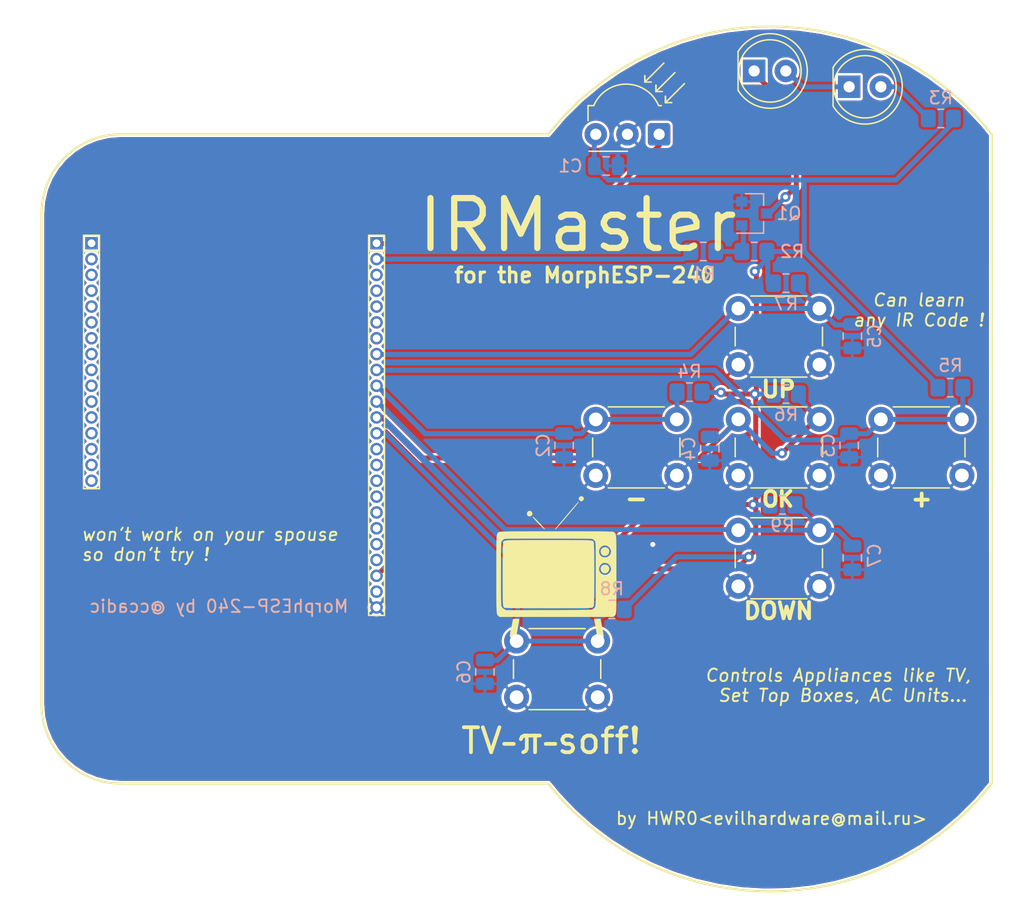
<source format=kicad_pcb>
(kicad_pcb (version 20171130) (host pcbnew "(5.1.8)-1")
  (layers (0 F.Cu signal) (31 B.Cu signal) (34 B.Paste user hide) (35 F.Paste user hide) (36 B.SilkS user hide) (37 F.SilkS user) (38 B.Mask user hide) (39 F.Mask user hide) (44 Edge.Cuts user))
  (net 0 "")
  (net 1 GND)
  (net 2 +3V3)
  (net 3 B_Left)
  (net 4 B_Right)
  (net 5 B_Center)
  (net 6 B_Up)
  (net 7 B_TVPissOff)
  (net 8 B_Down)
  (net 9 "Net-(D1-Pad2)")
  (net 10 "Net-(D1-Pad1)")
  (net 11 "Net-(D2-Pad1)")
  (net 12 "Net-(Q1-Pad1)")
  (net 13 "Net-(R1-Pad2)")
  (net 14 IRReceiver)
  (module mesp240_irmaster:tv_small,slk (layer F.Cu) (at 84.455 109.601)
    (fp_text reference G*** hide)
    (fp_text value LOGO hide)
  )
  (module OptoDevice:Vishay_MOLD-3Pin (layer F.Cu) (at 92.71 74.93 180)
    (fp_text reference U2 hide)
    (fp_text value TSOP348xx)
    (pad 3 thru_hole circle (at 5.08 0 180) (size 1.8 1.8) (drill 0.9) (layers *.Cu *.Mask) (net 2 +3V3))
    (pad 2 thru_hole circle (at 2.54 0 180) (size 1.8 1.8) (drill 0.9) (layers *.Cu *.Mask) (net 1 GND))
    (pad 1 thru_hole roundrect (at 0 0 180) (size 1.8 1.8) (drill 0.9) (layers *.Cu *.Mask) (roundrect_rratio 0.138) (net 14 IRReceiver))
  )
  (module hwreverse:morphesp240 (layer F.Cu) (at 67.51 116.686)
    (fp_text reference U1 hide)
    (fp_text value MorphESP-240)
    (pad 24R thru_hole circle (at 2.54 -3.81) (size 1 1) (drill 0.62) (layers *.Cu *.Mask) (net 1 GND))
    (pad 23R thru_hole circle (at 2.54 -5.08) (size 1 1) (drill 0.62) (layers *.Cu *.Mask))
    (pad 22R thru_hole circle (at 2.54 -6.35) (size 1 1) (drill 0.62) (layers *.Cu *.Mask) (net 2 +3V3))
    (pad 21R thru_hole circle (at 2.54 -7.62) (size 1 1) (drill 0.62) (layers *.Cu *.Mask))
    (pad 20R thru_hole circle (at 2.54 -8.89) (size 1 1) (drill 0.62) (layers *.Cu *.Mask))
    (pad 19R thru_hole circle (at 2.54 -10.16) (size 1 1) (drill 0.62) (layers *.Cu *.Mask))
    (pad 18R thru_hole circle (at 2.54 -11.43) (size 1 1) (drill 0.62) (layers *.Cu *.Mask))
    (pad 17R thru_hole circle (at 2.54 -12.7) (size 1 1) (drill 0.62) (layers *.Cu *.Mask))
    (pad 16R thru_hole circle (at 2.54 -13.97) (size 1 1) (drill 0.62) (layers *.Cu *.Mask))
    (pad 15R thru_hole circle (at 2.54 -15.24) (size 1 1) (drill 0.62) (layers *.Cu *.Mask))
    (pad 14R thru_hole circle (at 2.54 -16.51) (size 1 1) (drill 0.62) (layers *.Cu *.Mask))
    (pad 13R thru_hole circle (at 2.54 -17.78) (size 1 1) (drill 0.62) (layers *.Cu *.Mask) (net 7 B_TVPissOff))
    (pad 12R thru_hole circle (at 2.54 -19.05) (size 1 1) (drill 0.62) (layers *.Cu *.Mask) (net 5 B_Center))
    (pad 11R thru_hole circle (at 2.54 -20.32) (size 1 1) (drill 0.62) (layers *.Cu *.Mask) (net 8 B_Down))
    (pad 10R thru_hole circle (at 2.54 -21.59) (size 1 1) (drill 0.62) (layers *.Cu *.Mask) (net 3 B_Left))
    (pad 9R thru_hole circle (at 2.54 -22.86) (size 1 1) (drill 0.62) (layers *.Cu *.Mask) (net 4 B_Right))
    (pad 8R thru_hole circle (at 2.54 -24.13) (size 1 1) (drill 0.62) (layers *.Cu *.Mask) (net 6 B_Up))
    (pad 7R thru_hole circle (at 2.54 -25.4) (size 1 1) (drill 0.62) (layers *.Cu *.Mask))
    (pad 6R thru_hole circle (at 2.54 -26.67) (size 1 1) (drill 0.62) (layers *.Cu *.Mask))
    (pad 5R thru_hole circle (at 2.54 -27.94) (size 1 1) (drill 0.62) (layers *.Cu *.Mask))
    (pad 4R thru_hole circle (at 2.54 -29.21) (size 1 1) (drill 0.62) (layers *.Cu *.Mask))
    (pad 3R thru_hole circle (at 2.54 -30.48) (size 1 1) (drill 0.62) (layers *.Cu *.Mask))
    (pad 2R thru_hole circle (at 2.54 -31.75) (size 1 1) (drill 0.62) (layers *.Cu *.Mask) (net 13 "Net-(R1-Pad2)"))
    (pad 1R thru_hole rect (at 2.54 -33.02) (size 1 1) (drill 0.62) (layers *.Cu *.Mask) (net 14 IRReceiver))
    (pad 16L thru_hole circle (at -20.32 -13.97) (size 1 1) (drill 0.62) (layers *.Cu *.Mask))
    (pad 15L thru_hole circle (at -20.32 -15.24) (size 1 1) (drill 0.62) (layers *.Cu *.Mask))
    (pad 14L thru_hole circle (at -20.32 -16.51) (size 1 1) (drill 0.62) (layers *.Cu *.Mask))
    (pad 13L thru_hole circle (at -20.32 -17.78) (size 1 1) (drill 0.62) (layers *.Cu *.Mask))
    (pad 12L thru_hole circle (at -20.32 -19.05) (size 1 1) (drill 0.62) (layers *.Cu *.Mask))
    (pad 11L thru_hole circle (at -20.32 -20.32) (size 1 1) (drill 0.62) (layers *.Cu *.Mask))
    (pad 10L thru_hole circle (at -20.32 -21.59) (size 1 1) (drill 0.62) (layers *.Cu *.Mask))
    (pad 9L thru_hole circle (at -20.32 -22.86) (size 1 1) (drill 0.62) (layers *.Cu *.Mask))
    (pad 8L thru_hole circle (at -20.32 -24.13) (size 1 1) (drill 0.62) (layers *.Cu *.Mask))
    (pad 7L thru_hole circle (at -20.32 -25.4) (size 1 1) (drill 0.62) (layers *.Cu *.Mask))
    (pad 6L thru_hole circle (at -20.32 -26.67) (size 1 1) (drill 0.62) (layers *.Cu *.Mask))
    (pad 5L thru_hole circle (at -20.32 -27.94) (size 1 1) (drill 0.62) (layers *.Cu *.Mask))
    (pad 4L thru_hole circle (at -20.32 -29.21) (size 1 1) (drill 0.62) (layers *.Cu *.Mask))
    (pad 3L thru_hole circle (at -20.32 -30.48) (size 1 1) (drill 0.62) (layers *.Cu *.Mask))
    (pad 2L thru_hole circle (at -20.32 -31.75) (size 1 1) (drill 0.62) (layers *.Cu *.Mask))
    (pad 1L thru_hole rect (at -20.32 -33.02) (size 1 1) (drill 0.62) (layers *.Cu *.Mask))
  )
  (module Button_Switch_THT:SW_PUSH_6mm_H4.3mm (layer F.Cu) (at 99.06 106.68)
    (fp_text reference SW6 hide)
    (fp_text value B_Down)
    (pad 1 thru_hole circle (at 6.5 0 90) (size 2 2) (drill 1.1) (layers *.Cu *.Mask) (net 8 B_Down))
    (pad 2 thru_hole circle (at 6.5 4.5 90) (size 2 2) (drill 1.1) (layers *.Cu *.Mask) (net 1 GND))
    (pad 1 thru_hole circle (at 0 0 90) (size 2 2) (drill 1.1) (layers *.Cu *.Mask) (net 8 B_Down))
    (pad 2 thru_hole circle (at 0 4.5 90) (size 2 2) (drill 1.1) (layers *.Cu *.Mask) (net 1 GND))
  )
  (module Button_Switch_THT:SW_PUSH_6mm_H4.3mm (layer F.Cu) (at 81.28 115.57)
    (fp_text reference SW5 hide)
    (fp_text value B_TVPissOff)
    (pad 1 thru_hole circle (at 6.5 0 90) (size 2 2) (drill 1.1) (layers *.Cu *.Mask) (net 7 B_TVPissOff))
    (pad 2 thru_hole circle (at 6.5 4.5 90) (size 2 2) (drill 1.1) (layers *.Cu *.Mask) (net 1 GND))
    (pad 1 thru_hole circle (at 0 0 90) (size 2 2) (drill 1.1) (layers *.Cu *.Mask) (net 7 B_TVPissOff))
    (pad 2 thru_hole circle (at 0 4.5 90) (size 2 2) (drill 1.1) (layers *.Cu *.Mask) (net 1 GND))
  )
  (module Button_Switch_THT:SW_PUSH_6mm_H4.3mm (layer F.Cu) (at 99.06 88.9)
    (fp_text reference SW4 hide)
    (fp_text value B_Up)
    (pad 1 thru_hole circle (at 6.5 0 90) (size 2 2) (drill 1.1) (layers *.Cu *.Mask) (net 6 B_Up))
    (pad 2 thru_hole circle (at 6.5 4.5 90) (size 2 2) (drill 1.1) (layers *.Cu *.Mask) (net 1 GND))
    (pad 1 thru_hole circle (at 0 0 90) (size 2 2) (drill 1.1) (layers *.Cu *.Mask) (net 6 B_Up))
    (pad 2 thru_hole circle (at 0 4.5 90) (size 2 2) (drill 1.1) (layers *.Cu *.Mask) (net 1 GND))
  )
  (module Button_Switch_THT:SW_PUSH_6mm_H4.3mm (layer F.Cu) (at 99.06 97.79)
    (fp_text reference SW3 hide)
    (fp_text value B_Center)
    (pad 1 thru_hole circle (at 6.5 0 90) (size 2 2) (drill 1.1) (layers *.Cu *.Mask) (net 5 B_Center))
    (pad 2 thru_hole circle (at 6.5 4.5 90) (size 2 2) (drill 1.1) (layers *.Cu *.Mask) (net 1 GND))
    (pad 1 thru_hole circle (at 0 0 90) (size 2 2) (drill 1.1) (layers *.Cu *.Mask) (net 5 B_Center))
    (pad 2 thru_hole circle (at 0 4.5 90) (size 2 2) (drill 1.1) (layers *.Cu *.Mask) (net 1 GND))
  )
  (module Button_Switch_THT:SW_PUSH_6mm_H4.3mm (layer F.Cu) (at 110.49 97.79)
    (fp_text reference SW2 hide)
    (fp_text value B_Right)
    (pad 1 thru_hole circle (at 6.5 0 90) (size 2 2) (drill 1.1) (layers *.Cu *.Mask) (net 4 B_Right))
    (pad 2 thru_hole circle (at 6.5 4.5 90) (size 2 2) (drill 1.1) (layers *.Cu *.Mask) (net 1 GND))
    (pad 1 thru_hole circle (at 0 0 90) (size 2 2) (drill 1.1) (layers *.Cu *.Mask) (net 4 B_Right))
    (pad 2 thru_hole circle (at 0 4.5 90) (size 2 2) (drill 1.1) (layers *.Cu *.Mask) (net 1 GND))
  )
  (module Button_Switch_THT:SW_PUSH_6mm_H4.3mm (layer F.Cu) (at 87.63 97.79)
    (fp_text reference SW1 hide)
    (fp_text value B_Left)
    (pad 1 thru_hole circle (at 6.5 0 90) (size 2 2) (drill 1.1) (layers *.Cu *.Mask) (net 3 B_Left))
    (pad 2 thru_hole circle (at 6.5 4.5 90) (size 2 2) (drill 1.1) (layers *.Cu *.Mask) (net 1 GND))
    (pad 1 thru_hole circle (at 0 0 90) (size 2 2) (drill 1.1) (layers *.Cu *.Mask) (net 3 B_Left))
    (pad 2 thru_hole circle (at 0 4.5 90) (size 2 2) (drill 1.1) (layers *.Cu *.Mask) (net 1 GND))
  )
  (module Resistor_SMD:R_0805_2012Metric_Pad1.20x1.40mm_HandSolder (layer B.Cu) (at 102.6 104.648)
    (fp_text reference R9 (at 0 1.65) (layer B.SilkS) (effects (justify mirror)))
    (fp_text value 10K)
    (pad 2 smd roundrect (at 1 0) (size 1.2 1.4) (layers B.Cu B.Paste B.Mask) (roundrect_rratio 0.208333) (net 8 B_Down))
    (pad 1 smd roundrect (at -1 0) (size 1.2 1.4) (layers B.Cu B.Paste B.Mask) (roundrect_rratio 0.208333) (net 2 +3V3))
  )
  (module Resistor_SMD:R_0805_2012Metric_Pad1.20x1.40mm_HandSolder (layer B.Cu) (at 88.916 113.03 180)
    (fp_text reference R8 (at 0 1.65) (layer B.SilkS) (effects (justify mirror)))
    (fp_text value 10K)
    (pad 2 smd roundrect (at 1 0 180) (size 1.2 1.4) (layers B.Cu B.Paste B.Mask) (roundrect_rratio 0.208333) (net 7 B_TVPissOff))
    (pad 1 smd roundrect (at -1 0 180) (size 1.2 1.4) (layers B.Cu B.Paste B.Mask) (roundrect_rratio 0.208333) (net 2 +3V3))
  )
  (module Resistor_SMD:R_0805_2012Metric_Pad1.20x1.40mm_HandSolder (layer B.Cu) (at 102.886 86.868)
    (fp_text reference R7 (at 0 1.65) (layer B.SilkS) (effects (justify mirror)))
    (fp_text value 10K)
    (pad 2 smd roundrect (at 1 0) (size 1.2 1.4) (layers B.Cu B.Paste B.Mask) (roundrect_rratio 0.208333) (net 6 B_Up))
    (pad 1 smd roundrect (at -1 0) (size 1.2 1.4) (layers B.Cu B.Paste B.Mask) (roundrect_rratio 0.208333) (net 2 +3V3))
  )
  (module Resistor_SMD:R_0805_2012Metric_Pad1.20x1.40mm_HandSolder (layer B.Cu) (at 102.886 95.758)
    (fp_text reference R6 (at 0 1.65) (layer B.SilkS) (effects (justify mirror)))
    (fp_text value 10K)
    (pad 2 smd roundrect (at 1 0) (size 1.2 1.4) (layers B.Cu B.Paste B.Mask) (roundrect_rratio 0.208333) (net 5 B_Center))
    (pad 1 smd roundrect (at -1 0) (size 1.2 1.4) (layers B.Cu B.Paste B.Mask) (roundrect_rratio 0.208333) (net 2 +3V3))
  )
  (module Resistor_SMD:R_0805_2012Metric_Pad1.20x1.40mm_HandSolder (layer B.Cu) (at 116.062 95.25)
    (fp_text reference R5 (at 0.016 -1.778) (layer B.SilkS) (effects (justify mirror)))
    (fp_text value 10K)
    (pad 2 smd roundrect (at 1 0) (size 1.2 1.4) (layers B.Cu B.Paste B.Mask) (roundrect_rratio 0.208333) (net 4 B_Right))
    (pad 1 smd roundrect (at -1 0) (size 1.2 1.4) (layers B.Cu B.Paste B.Mask) (roundrect_rratio 0.208333) (net 2 +3V3))
  )
  (module Resistor_SMD:R_0805_2012Metric_Pad1.20x1.40mm_HandSolder (layer B.Cu) (at 95.1484 95.6056 180)
    (fp_text reference R4 (at 0 1.65) (layer B.SilkS) (effects (justify mirror)))
    (fp_text value 10K)
    (pad 2 smd roundrect (at 1 0 180) (size 1.2 1.4) (layers B.Cu B.Paste B.Mask) (roundrect_rratio 0.208333) (net 3 B_Left))
    (pad 1 smd roundrect (at -1 0 180) (size 1.2 1.4) (layers B.Cu B.Paste B.Mask) (roundrect_rratio 0.208333) (net 2 +3V3))
  )
  (module Resistor_SMD:R_0805_2012Metric_Pad1.20x1.40mm_HandSolder (layer B.Cu) (at 115.3 73.66 180)
    (fp_text reference R3 (at 0 1.65) (layer B.SilkS) (effects (justify mirror)))
    (fp_text value 22R)
    (pad 2 smd roundrect (at 1 0 180) (size 1.2 1.4) (layers B.Cu B.Paste B.Mask) (roundrect_rratio 0.208333) (net 9 "Net-(D1-Pad2)"))
    (pad 1 smd roundrect (at -1 0 180) (size 1.2 1.4) (layers B.Cu B.Paste B.Mask) (roundrect_rratio 0.208333) (net 2 +3V3))
  )
  (module Resistor_SMD:R_0805_2012Metric_Pad1.20x1.40mm_HandSolder (layer B.Cu) (at 100.346 84.328)
    (fp_text reference R2 (at 3.032 0) (layer B.SilkS) (effects (justify mirror)))
    (fp_text value 20K)
    (pad 2 smd roundrect (at 1 0) (size 1.2 1.4) (layers B.Cu B.Paste B.Mask) (roundrect_rratio 0.208333) (net 2 +3V3))
    (pad 1 smd roundrect (at -1 0) (size 1.2 1.4) (layers B.Cu B.Paste B.Mask) (roundrect_rratio 0.208333) (net 12 "Net-(Q1-Pad1)"))
  )
  (module Resistor_SMD:R_0805_2012Metric_Pad1.20x1.40mm_HandSolder (layer B.Cu) (at 96.25 84.328 180)
    (fp_text reference R1 (at -0.016 -1.778) (layer B.SilkS) (effects (justify mirror)))
    (fp_text value 1K)
    (pad 2 smd roundrect (at 1 0 180) (size 1.2 1.4) (layers B.Cu B.Paste B.Mask) (roundrect_rratio 0.208333) (net 13 "Net-(R1-Pad2)"))
    (pad 1 smd roundrect (at -1 0 180) (size 1.2 1.4) (layers B.Cu B.Paste B.Mask) (roundrect_rratio 0.208333) (net 12 "Net-(Q1-Pad1)"))
  )
  (module Package_TO_SOT_SMD:SOT-23 (layer B.Cu) (at 100.33 81.28)
    (fp_text reference Q1 (at 2.794 0 180) (layer B.SilkS) (effects (justify mirror)))
    (fp_text value Q_NPN_BEC)
    (pad 3 smd rect (at 1 0) (size 0.9 0.8) (layers B.Cu B.Paste B.Mask) (net 11 "Net-(D2-Pad1)"))
    (pad 2 smd rect (at -1 -0.95) (size 0.9 0.8) (layers B.Cu B.Paste B.Mask) (net 1 GND))
    (pad 1 smd rect (at -1 0.95) (size 0.9 0.8) (layers B.Cu B.Paste B.Mask) (net 12 "Net-(Q1-Pad1)"))
  )
  (module LED_THT:LED_D5.0mm_IRGrey (layer F.Cu) (at 100.33 69.85)
    (fp_text reference D2 hide)
    (fp_text value "IR DIODE 850-950nm")
    (pad 2 thru_hole circle (at 2.54 0) (size 1.8 1.8) (drill 0.9) (layers *.Cu *.Mask) (net 10 "Net-(D1-Pad1)"))
    (pad 1 thru_hole rect (at 0 0) (size 1.8 1.8) (drill 0.9) (layers *.Cu *.Mask) (net 11 "Net-(D2-Pad1)"))
  )
  (module LED_THT:LED_D5.0mm_IRBlack (layer F.Cu) (at 107.95 71.12)
    (fp_text reference D1 hide)
    (fp_text value "IR DIODE 850-950nm")
    (pad 2 thru_hole circle (at 2.54 0) (size 1.8 1.8) (drill 0.9) (layers *.Cu *.Mask) (net 9 "Net-(D1-Pad2)"))
    (pad 1 thru_hole rect (at 0 0) (size 1.8 1.8) (drill 0.9) (layers *.Cu *.Mask) (net 10 "Net-(D1-Pad1)"))
  )
  (module Capacitor_SMD:C_0805_2012Metric (layer B.Cu) (at 108.204 108.9 270)
    (fp_text reference C7 (at -0.188 -1.778 90) (layer B.SilkS) (effects (justify mirror)))
    (fp_text value 100nF)
    (pad 2 smd roundrect (at 0.95 0 270) (size 1 1.45) (layers B.Cu B.Paste B.Mask) (net 1 GND))
    (pad 1 smd roundrect (at -0.95 0 270) (size 1 1.45) (layers B.Cu B.Paste B.Mask) (net 8 B_Down))
  )
  (module Capacitor_SMD:C_0805_2012Metric (layer B.Cu) (at 78.74 118.044 270)
    (fp_text reference C6 (at 0 1.68 90) (layer B.SilkS) (effects (justify mirror)))
    (fp_text value 100nF)
    (pad 2 smd roundrect (at 0.95 0 270) (size 1 1.45) (layers B.Cu B.Paste B.Mask) (net 1 GND))
    (pad 1 smd roundrect (at -0.95 0 270) (size 1 1.45) (layers B.Cu B.Paste B.Mask) (net 7 B_TVPissOff))
  )
  (module Capacitor_SMD:C_0805_2012Metric (layer B.Cu) (at 108.204 91.12 270)
    (fp_text reference C5 (at 0 -1.778 90) (layer B.SilkS) (effects (justify mirror)))
    (fp_text value 100nF)
    (pad 2 smd roundrect (at 0.95 0 270) (size 1 1.45) (layers B.Cu B.Paste B.Mask) (net 1 GND))
    (pad 1 smd roundrect (at -0.95 0 270) (size 1 1.45) (layers B.Cu B.Paste B.Mask) (net 6 B_Up))
  )
  (module Capacitor_SMD:C_0805_2012Metric (layer B.Cu) (at 96.774 100.142 270)
    (fp_text reference C4 (at 0 1.68 90) (layer B.SilkS) (effects (justify mirror)))
    (fp_text value 100nF)
    (pad 2 smd roundrect (at 0.95 0 270) (size 1 1.45) (layers B.Cu B.Paste B.Mask) (net 1 GND))
    (pad 1 smd roundrect (at -0.95 0 270) (size 1 1.45) (layers B.Cu B.Paste B.Mask) (net 5 B_Center))
  )
  (module Capacitor_SMD:C_0805_2012Metric (layer B.Cu) (at 107.95 99.888 270)
    (fp_text reference C3 (at 0 1.68 90) (layer B.SilkS) (effects (justify mirror)))
    (fp_text value 100nF)
    (pad 2 smd roundrect (at 0.95 0 270) (size 1 1.45) (layers B.Cu B.Paste B.Mask) (net 1 GND))
    (pad 1 smd roundrect (at -0.95 0 270) (size 1 1.45) (layers B.Cu B.Paste B.Mask) (net 4 B_Right))
  )
  (module Capacitor_SMD:C_0805_2012Metric (layer B.Cu) (at 85.09 99.888 270)
    (fp_text reference C2 (at 0 1.68 90) (layer B.SilkS) (effects (justify mirror)))
    (fp_text value 100nF)
    (pad 2 smd roundrect (at 0.95 0 270) (size 1 1.45) (layers B.Cu B.Paste B.Mask) (net 1 GND))
    (pad 1 smd roundrect (at -0.95 0 270) (size 1 1.45) (layers B.Cu B.Paste B.Mask) (net 3 B_Left))
  )
  (module Capacitor_SMD:C_0805_2012Metric (layer B.Cu) (at 88.458 77.47)
    (fp_text reference C1 (at -2.86 0) (layer B.SilkS) (effects (justify mirror)))
    (fp_text value 100nF)
    (pad 2 smd roundrect (at 0.95 0) (size 1 1.45) (layers B.Cu B.Paste B.Mask) (net 1 GND))
    (pad 1 smd roundrect (at -0.95 0) (size 1 1.45) (layers B.Cu B.Paste B.Mask) (net 2 +3V3))
  )
  (gr_line (start 94.742 70.866) (end 93.218 72.39) (layer F.SilkS) (width 0.12))
  (gr_line (start 93.218 72.39) (end 93.218 71.882) (layer F.SilkS) (width 0.12))
  (gr_line (start 93.218 71.882) (end 93.218 72.39) (layer F.SilkS) (width 0.12))
  (gr_line (start 93.726 72.39) (end 93.218 72.39) (layer F.SilkS) (width 0.12))
  (gr_line (start 92.964 71.501) (end 92.456 71.501) (layer F.SilkS) (width 0.12))
  (gr_line (start 92.456 70.993) (end 92.456 71.501) (layer F.SilkS) (width 0.12))
  (gr_line (start 92.456 71.501) (end 92.456 70.993) (layer F.SilkS) (width 0.12))
  (gr_line (start 93.98 69.977) (end 92.456 71.501) (layer F.SilkS) (width 0.12))
  (gr_line (start 92.075 70.739) (end 91.567 70.739) (layer F.SilkS) (width 0.12))
  (gr_line (start 91.567 70.231) (end 91.567 70.739) (layer F.SilkS) (width 0.12))
  (gr_line (start 91.567 70.739) (end 91.567 70.231) (layer F.SilkS) (width 0.12))
  (gr_line (start 93.091 69.215) (end 91.567 70.739) (layer F.SilkS) (width 0.12))
  (gr_text "by HWR0<evilhardware@mail.ru>" (at 101.727 129.794) (layer F.SilkS) (effects (font (size 1 1))))
  (gr_text "Can learn\nany IR Code !" (at 113.538 89.027) (layer F.SilkS) (effects (font (size 1 1) (thickness 0.15) italic)))
  (gr_text "Controls Appliances like TV, \nSet Top Boxes, AC Units..." (at 107.442 119.126) (layer F.SilkS) (effects (font (size 1 1) (thickness 0.15) italic)))
  (gr_line (start 83.82 74.93) (end 49.53 74.93) (layer F.SilkS) (width 0.2))
  (gr_arc (start 49.53 81.28) (end 49.53 74.93) (angle -90) (layer F.SilkS) (width 0.2))
  (gr_line (start 43.18 81.28) (end 43.18 120.65) (layer F.SilkS) (width 0.2))
  (gr_arc (start 49.53 120.65) (end 43.18 120.65) (angle -90) (layer F.SilkS) (width 0.2))
  (gr_line (start 49.53 127) (end 83.82 127) (layer F.SilkS) (width 0.2))
  (gr_arc (start 101.599999 113.030001) (end 83.82 127) (angle -103.7) (layer F.SilkS) (width 0.2))
  (gr_line (start 119.383521 74.93) (end 119.383521 127) (layer F.SilkS) (width 0.2))
  (gr_arc (start 101.603522 88.899999) (end 119.383521 74.93) (angle -103.7) (layer F.SilkS) (width 0.2))
  (gr_text DOWN (at 102.2858 113.157) (layer F.SilkS) (effects (font (size 1.3 1.3) (thickness 0.3))))
  (gr_text UP (at 102.2858 95.377) (layer F.SilkS) (effects (font (size 1.3 1.3) (thickness 0.3))))
  (gr_text OK (at 102.235 104.1908) (layer F.SilkS) (effects (font (size 1.2 1.2) (thickness 0.3))))
  (gr_text + (at 113.7666 104.14) (layer F.SilkS) (effects (font (size 1.3 1.3) (thickness 0.3))))
  (gr_text - (at 90.8812 104.1146) (layer F.SilkS) (effects (font (size 1.4 1.4) (thickness 0.3))))
  (gr_text "won't work on your spouse\nso don't try !" (at 46.3296 107.823) (layer F.SilkS) (effects (font (size 1 1) (thickness 0.15) italic) (justify left)))
  (gr_text "for the MorphESP-240" (at 86.741 86.233) (layer F.SilkS) (effects (font (size 1.2 1.2) (thickness 0.25))))
  (gr_text IRMaster (at 86.1822 82.2198) (layer F.SilkS) (effects (font (size 4 4) (thickness 0.5))))
  (gr_text TV–π–soff! (at 84.0486 123.571) (layer F.SilkS) (effects (font (size 2 2) (thickness 0.3))))
  (gr_text "MorphESP-240 by @ccadic" (at 57.404 112.776) (layer B.SilkS) (effects (font (size 1 1)) (justify mirror)))
  (gr_line (start 119.379999 74.930001) (end 119.383521 126.995515) (layer Edge.Cuts) (width 0.05))
  (gr_arc (start 49.53 81.28) (end 49.53 74.93) (angle -90) (layer Edge.Cuts) (width 0.05))
  (gr_arc (start 49.53 120.65) (end 43.18 120.65) (angle -90) (layer Edge.Cuts) (width 0.05))
  (gr_arc (start 101.599999 113.030001) (end 83.82 127) (angle -103.7) (layer Edge.Cuts) (width 0.05))
  (gr_line (start 49.53 127) (end 83.82 127) (layer Edge.Cuts) (width 0.05))
  (gr_line (start 43.18 81.28) (end 43.18 120.65) (layer Edge.Cuts) (width 0.05))
  (gr_line (start 83.82 74.93) (end 49.53 74.93) (layer Edge.Cuts) (width 0.05))
  (gr_line (start 83.82 74.93) (end 83.816478 74.934486) (layer Edge.Cuts) (width 0.05))
  (gr_arc (start 101.6 88.9) (end 119.379999 74.930001) (angle -103.7) (layer Edge.Cuts) (width 0.05))
  (segment (start 89.408 77.47) (end 89.408 75.692) (width 0.4) (layer B.Cu) (net 1))
  (segment (start 89.408 75.692) (end 90.17 74.93) (width 0.4) (layer B.Cu) (net 1))
  (via (at 92.202 107.823) (size 0.8) (drill 0.4) (layers F.Cu B.Cu) (net 1))
  (segment (start 87.508 77.47) (end 87.508 75.052) (width 0.4) (layer B.Cu) (net 2))
  (segment (start 87.508 75.052) (end 87.63 74.93) (width 0.4) (layer B.Cu) (net 2))
  (via (at 99.8982 108.8136) (size 0.8) (drill 0.4) (layers F.Cu B.Cu) (net 2))
  (segment (start 94.1324 108.8136) (end 99.8982 108.8136) (width 0.4) (layer B.Cu) (net 2))
  (segment (start 89.916 113.03) (end 94.1324 108.8136) (width 0.4) (layer B.Cu) (net 2))
  (via (at 100.3808 85.9282) (size 0.8) (drill 0.4) (layers F.Cu B.Cu) (net 2))
  (segment (start 99.8982 108.8136) (end 100.460001 108.251799) (width 0.4) (layer F.Cu) (net 2))
  (segment (start 100.3808 85.9282) (end 101.4222 84.8868) (width 0.4) (layer B.Cu) (net 2))
  (segment (start 101.4222 84.8868) (end 101.4222 84.3788) (width 0.4) (layer B.Cu) (net 2))
  (segment (start 101.4222 84.3788) (end 101.4222 86.7918) (width 0.4) (layer B.Cu) (net 2))
  (segment (start 101.346 84.328) (end 104.3432 84.328) (width 0.4) (layer B.Cu) (net 2))
  (segment (start 104.3432 84.328) (end 115.0112 94.996) (width 0.4) (layer B.Cu) (net 2))
  (via (at 100.3808 95.758) (size 0.8) (drill 0.4) (layers F.Cu B.Cu) (net 2))
  (segment (start 100.409201 95.786401) (end 100.3808 95.758) (width 0.4) (layer F.Cu) (net 2))
  (segment (start 100.460001 95.786401) (end 100.409201 95.786401) (width 0.4) (layer F.Cu) (net 2))
  (segment (start 100.460001 108.251799) (end 100.460001 95.786401) (width 0.4) (layer F.Cu) (net 2))
  (segment (start 101.886 95.758) (end 100.3808 95.758) (width 0.4) (layer B.Cu) (net 2))
  (segment (start 87.508 77.47) (end 88.63301 78.59501) (width 0.4) (layer B.Cu) (net 2))
  (segment (start 111.70179 78.59501) (end 116.3574 73.9394) (width 0.4) (layer B.Cu) (net 2))
  (segment (start 104.3432 78.6892) (end 104.43739 78.59501) (width 0.4) (layer B.Cu) (net 2))
  (segment (start 104.3432 84.328) (end 104.3432 78.6892) (width 0.4) (layer B.Cu) (net 2))
  (segment (start 104.43739 78.59501) (end 111.70179 78.59501) (width 0.4) (layer B.Cu) (net 2))
  (segment (start 88.63301 78.59501) (end 104.43739 78.59501) (width 0.4) (layer B.Cu) (net 2))
  (via (at 100.2538 104.6226) (size 0.8) (drill 0.4) (layers F.Cu B.Cu) (net 2))
  (segment (start 100.2792 104.648) (end 100.2538 104.6226) (width 0.4) (layer B.Cu) (net 2))
  (segment (start 101.6 104.648) (end 100.2792 104.648) (width 0.4) (layer B.Cu) (net 2))
  (segment (start 100.5078 86.0552) (end 100.3808 85.9282) (width 0.4) (layer F.Cu) (net 2))
  (segment (start 100.5078 95.631) (end 100.5078 86.0552) (width 0.4) (layer F.Cu) (net 2))
  (segment (start 100.3808 95.758) (end 100.5078 95.631) (width 0.4) (layer F.Cu) (net 2))
  (segment (start 98.931801 109.779999) (end 99.8982 108.8136) (width 0.4) (layer F.Cu) (net 2))
  (segment (start 70.05 110.336) (end 70.606001 109.779999) (width 0.4) (layer F.Cu) (net 2))
  (segment (start 87.097799 109.779999) (end 98.931801 109.779999) (width 0.4) (layer F.Cu) (net 2))
  (segment (start 92.255198 104.6226) (end 87.097799 109.779999) (width 0.4) (layer F.Cu) (net 2))
  (segment (start 100.2538 104.6226) (end 92.255198 104.6226) (width 0.4) (layer F.Cu) (net 2))
  (segment (start 70.606001 109.779999) (end 87.097799 109.779999) (width 0.4) (layer F.Cu) (net 2))
  (via (at 97.663 95.631) (size 0.8) (drill 0.4) (layers F.Cu B.Cu) (net 2))
  (segment (start 97.79 95.758) (end 97.663 95.631) (width 0.4) (layer F.Cu) (net 2))
  (segment (start 100.3808 95.758) (end 97.79 95.758) (width 0.4) (layer F.Cu) (net 2))
  (segment (start 97.663 95.631) (end 96.266 95.631) (width 0.4) (layer B.Cu) (net 2))
  (segment (start 85.09 98.938) (end 86.482 98.938) (width 0.4) (layer B.Cu) (net 3))
  (segment (start 86.482 98.938) (end 87.63 97.79) (width 0.4) (layer B.Cu) (net 3))
  (segment (start 85.09 98.938) (end 73.9444 98.938) (width 0.4) (layer B.Cu) (net 3))
  (segment (start 73.9444 98.938) (end 70.0786 95.0722) (width 0.4) (layer B.Cu) (net 3))
  (segment (start 94.13 97.79) (end 87.63 97.79) (width 0.4) (layer B.Cu) (net 3))
  (segment (start 94.1484 95.6056) (end 94.1484 97.7486) (width 0.4) (layer B.Cu) (net 3))
  (segment (start 117.062 95.25) (end 117.062 97.5802) (width 0.4) (layer B.Cu) (net 4))
  (segment (start 117.062 97.5802) (end 117.094 97.6122) (width 0.4) (layer B.Cu) (net 4))
  (segment (start 107.95 98.938) (end 109.4182 98.938) (width 0.4) (layer B.Cu) (net 4))
  (segment (start 109.4182 98.938) (end 110.49 97.8662) (width 0.4) (layer B.Cu) (net 4))
  (segment (start 102.778831 99.436829) (end 97.195002 93.853) (width 0.4) (layer B.Cu) (net 4))
  (segment (start 107.451171 99.436829) (end 102.778831 99.436829) (width 0.4) (layer B.Cu) (net 4))
  (segment (start 107.95 98.938) (end 107.451171 99.436829) (width 0.4) (layer B.Cu) (net 4))
  (segment (start 97.195002 93.853) (end 70.0278 93.853) (width 0.4) (layer B.Cu) (net 4))
  (segment (start 110.49 97.79) (end 117.0178 97.79) (width 0.4) (layer B.Cu) (net 4))
  (segment (start 103.886 95.758) (end 103.886 96.139) (width 0.4) (layer B.Cu) (net 5))
  (segment (start 103.886 96.139) (end 105.7148 97.9678) (width 0.4) (layer B.Cu) (net 5))
  (segment (start 96.774 99.192) (end 97.6834 99.192) (width 0.4) (layer B.Cu) (net 5))
  (segment (start 97.6834 99.192) (end 98.9076 97.9678) (width 0.4) (layer B.Cu) (net 5))
  (segment (start 95.960001 100.889999) (end 73.737399 100.889999) (width 0.4) (layer F.Cu) (net 5))
  (segment (start 99.06 97.79) (end 95.960001 100.889999) (width 0.4) (layer F.Cu) (net 5))
  (segment (start 73.737399 100.889999) (end 70.4596 97.6122) (width 0.4) (layer F.Cu) (net 5))
  (segment (start 70.4596 97.6122) (end 69.9516 97.6122) (width 0.4) (layer F.Cu) (net 5))
  (via (at 102.5652 100.5078) (size 0.8) (drill 0.4) (layers F.Cu B.Cu) (net 5))
  (segment (start 101.7778 100.5078) (end 102.5652 100.5078) (width 0.4) (layer B.Cu) (net 5))
  (segment (start 99.06 97.79) (end 101.7778 100.5078) (width 0.4) (layer B.Cu) (net 5))
  (segment (start 102.5652 100.5078) (end 105.1306 97.9424) (width 0.4) (layer F.Cu) (net 5))
  (segment (start 105.1306 97.9424) (end 105.6386 97.9424) (width 0.4) (layer F.Cu) (net 5))
  (segment (start 103.886 86.868) (end 103.886 87.249) (width 0.4) (layer B.Cu) (net 6))
  (segment (start 103.886 87.249) (end 105.5878 88.9508) (width 0.4) (layer B.Cu) (net 6))
  (segment (start 105.5878 88.9508) (end 106.8578 90.2208) (width 0.4) (layer B.Cu) (net 6))
  (segment (start 106.8578 90.2208) (end 108.204 90.2208) (width 0.4) (layer B.Cu) (net 6))
  (segment (start 105.56 88.9) (end 98.8568 88.9) (width 0.4) (layer B.Cu) (net 6))
  (segment (start 98.8568 88.9) (end 98.933 88.9) (width 0.4) (layer B.Cu) (net 6))
  (segment (start 98.933 88.9) (end 95.25 92.583) (width 0.4) (layer B.Cu) (net 6))
  (segment (start 95.25 92.583) (end 70.0786 92.583) (width 0.4) (layer B.Cu) (net 6))
  (segment (start 87.916 113.03) (end 87.916 115.5634) (width 0.4) (layer B.Cu) (net 7))
  (segment (start 87.916 115.5634) (end 87.9094 115.57) (width 0.4) (layer B.Cu) (net 7))
  (segment (start 81.28 115.57) (end 79.7306 117.1194) (width 0.4) (layer B.Cu) (net 7))
  (segment (start 79.7306 117.1194) (end 78.6638 117.1194) (width 0.4) (layer B.Cu) (net 7))
  (segment (start 70.757106 98.906) (end 81.3562 109.505094) (width 0.4) (layer B.Cu) (net 7))
  (segment (start 70.05 98.906) (end 70.757106 98.906) (width 0.4) (layer B.Cu) (net 7))
  (segment (start 81.3562 109.505094) (end 81.3562 115.6716) (width 0.4) (layer B.Cu) (net 7))
  (segment (start 87.78 115.57) (end 81.2546 115.57) (width 0.4) (layer B.Cu) (net 7))
  (segment (start 81.2546 115.57) (end 81.1784 115.4938) (width 0.4) (layer B.Cu) (net 7))
  (segment (start 103.6 104.648) (end 103.6828 104.648) (width 0.4) (layer B.Cu) (net 8))
  (segment (start 103.6828 104.648) (end 105.6386 106.6038) (width 0.4) (layer B.Cu) (net 8))
  (segment (start 105.6386 106.6038) (end 105.6386 106.68) (width 0.4) (layer B.Cu) (net 8))
  (segment (start 105.6386 106.68) (end 107.061 106.68) (width 0.4) (layer B.Cu) (net 8))
  (segment (start 107.061 106.68) (end 108.2802 107.8992) (width 0.4) (layer B.Cu) (net 8))
  (segment (start 105.56 106.68) (end 99.0854 106.68) (width 0.4) (layer B.Cu) (net 8))
  (segment (start 99.0854 106.68) (end 99.0092 106.6038) (width 0.4) (layer B.Cu) (net 8))
  (segment (start 99.0092 106.6038) (end 99.0092 106.6292) (width 0.4) (layer B.Cu) (net 8))
  (segment (start 80.375202 106.6292) (end 70.113602 96.3676) (width 0.4) (layer B.Cu) (net 8))
  (segment (start 99.0092 106.6292) (end 80.375202 106.6292) (width 0.4) (layer B.Cu) (net 8))
  (segment (start 110.49 71.12) (end 111.7854 71.12) (width 0.4) (layer B.Cu) (net 9))
  (segment (start 111.7854 71.12) (end 114.427 73.7616) (width 0.4) (layer B.Cu) (net 9))
  (segment (start 107.95 71.12) (end 104.2162 71.12) (width 0.4) (layer B.Cu) (net 10))
  (segment (start 104.2162 71.12) (end 102.9462 69.85) (width 0.4) (layer B.Cu) (net 10))
  (via (at 102.8446 79.9592) (size 0.8) (drill 0.4) (layers F.Cu B.Cu) (net 11))
  (segment (start 101.5238 81.28) (end 102.8446 79.9592) (width 0.4) (layer B.Cu) (net 11))
  (segment (start 101.33 81.28) (end 101.5238 81.28) (width 0.4) (layer B.Cu) (net 11))
  (segment (start 102.8446 79.9592) (end 103.7082 79.0956) (width 0.4) (layer F.Cu) (net 11))
  (segment (start 103.7082 79.0956) (end 103.7082 73.406) (width 0.4) (layer F.Cu) (net 11))
  (segment (start 103.7082 73.406) (end 100.2284 69.9262) (width 0.4) (layer F.Cu) (net 11))
  (segment (start 97.25 84.328) (end 99.4664 84.328) (width 0.4) (layer B.Cu) (net 12))
  (segment (start 99.4664 84.328) (end 99.4664 82.423) (width 0.4) (layer B.Cu) (net 12))
  (segment (start 95.25 84.328) (end 94.6404 84.9376) (width 0.4) (layer B.Cu) (net 13))
  (segment (start 94.6404 84.9376) (end 70.0278 84.9376) (width 0.4) (layer B.Cu) (net 13))
  (segment (start 92.71 75.83) (end 84.847 83.693) (width 0.4) (layer F.Cu) (net 14))
  (segment (start 92.71 74.93) (end 92.71 75.83) (width 0.4) (layer F.Cu) (net 14))
  (segment (start 84.847 83.693) (end 69.9262 83.693) (width 0.4) (layer F.Cu) (net 14))
  (zone (net 1) (net_name GND) (layer F.Cu) (connect_pads (clearance 0.2)) (min_thickness 0.2) (fill yes (arc_segments 32) (thermal_gap 0.22) (thermal_bridge_width 0.22))
    (polygon (pts (xy 105.029 65.4304) (xy 115.2144 68.2244) (xy 121.285 73.5076) (xy 121.285 83.439) (xy 121.412 127.4826) (xy 115.8748 132.9944) (xy 110.4392 136.0424) (xy 103.8606 137.1346) (xy 96.647 136.8298) (xy 90.2462 135.4074) (xy 84.709 131.7752) (xy 83.2612 127.8382) (xy 41.275 127.6858) (xy 42.037 77.089) (xy 41.2242 72.8218) (xy 82.9818 74.295) (xy 87.3252 68.4784) (xy 98.679 64.8716)))
  )
  (zone (net 1) (net_name GND) (layer B.Cu) (connect_pads (clearance 0.2)) (min_thickness 0.2) (fill yes (arc_segments 32) (thermal_gap 0.22) (thermal_bridge_width 0.22))
    (polygon (pts (xy 103.0478 64.2874) (xy 109.2962 64.7954) (xy 114.8334 67.2084) (xy 120.3198 70.5612) (xy 121.9708 74.549) (xy 121.92 128.3716) (xy 119.6848 130.3782) (xy 117.4242 133.2738) (xy 114.8334 134.8232) (xy 112.2426 136.4488) (xy 84.4296 135.5852) (xy 81.788 129.5146) (xy 39.8526 129.7686) (xy 40.132 71.7804) (xy 82.296 73.5838) (xy 86.6902 67.3862) (xy 92.2274 65.7098) (xy 97.7646 64.1604)))
  )
)
</source>
